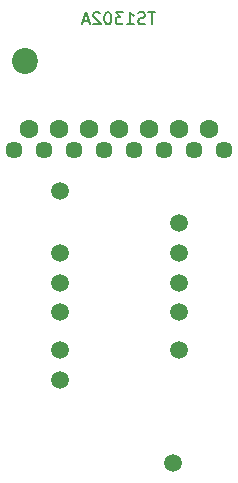
<source format=gbr>
%TF.GenerationSoftware,KiCad,Pcbnew,9.0.0+1*%
%TF.CreationDate,2025-04-22T17:22:07+02:00*%
%TF.ProjectId,ts13a_dev_kit,74733133-615f-4646-9576-5f6b69742e6b,rev?*%
%TF.SameCoordinates,Original*%
%TF.FileFunction,Soldermask,Bot*%
%TF.FilePolarity,Negative*%
%FSLAX46Y46*%
G04 Gerber Fmt 4.6, Leading zero omitted, Abs format (unit mm)*
G04 Created by KiCad (PCBNEW 9.0.0+1) date 2025-04-22 17:22:07*
%MOMM*%
%LPD*%
G01*
G04 APERTURE LIST*
%ADD10C,0.150000*%
%ADD11C,1.600000*%
%ADD12C,1.450000*%
%ADD13C,2.200000*%
%ADD14C,1.500000*%
G04 APERTURE END LIST*
D10*
X133015237Y-51369819D02*
X132443809Y-51369819D01*
X132729523Y-52369819D02*
X132729523Y-51369819D01*
X132158094Y-52322200D02*
X132015237Y-52369819D01*
X132015237Y-52369819D02*
X131777142Y-52369819D01*
X131777142Y-52369819D02*
X131681904Y-52322200D01*
X131681904Y-52322200D02*
X131634285Y-52274580D01*
X131634285Y-52274580D02*
X131586666Y-52179342D01*
X131586666Y-52179342D02*
X131586666Y-52084104D01*
X131586666Y-52084104D02*
X131634285Y-51988866D01*
X131634285Y-51988866D02*
X131681904Y-51941247D01*
X131681904Y-51941247D02*
X131777142Y-51893628D01*
X131777142Y-51893628D02*
X131967618Y-51846009D01*
X131967618Y-51846009D02*
X132062856Y-51798390D01*
X132062856Y-51798390D02*
X132110475Y-51750771D01*
X132110475Y-51750771D02*
X132158094Y-51655533D01*
X132158094Y-51655533D02*
X132158094Y-51560295D01*
X132158094Y-51560295D02*
X132110475Y-51465057D01*
X132110475Y-51465057D02*
X132062856Y-51417438D01*
X132062856Y-51417438D02*
X131967618Y-51369819D01*
X131967618Y-51369819D02*
X131729523Y-51369819D01*
X131729523Y-51369819D02*
X131586666Y-51417438D01*
X130634285Y-52369819D02*
X131205713Y-52369819D01*
X130919999Y-52369819D02*
X130919999Y-51369819D01*
X130919999Y-51369819D02*
X131015237Y-51512676D01*
X131015237Y-51512676D02*
X131110475Y-51607914D01*
X131110475Y-51607914D02*
X131205713Y-51655533D01*
X130300951Y-51369819D02*
X129681904Y-51369819D01*
X129681904Y-51369819D02*
X130015237Y-51750771D01*
X130015237Y-51750771D02*
X129872380Y-51750771D01*
X129872380Y-51750771D02*
X129777142Y-51798390D01*
X129777142Y-51798390D02*
X129729523Y-51846009D01*
X129729523Y-51846009D02*
X129681904Y-51941247D01*
X129681904Y-51941247D02*
X129681904Y-52179342D01*
X129681904Y-52179342D02*
X129729523Y-52274580D01*
X129729523Y-52274580D02*
X129777142Y-52322200D01*
X129777142Y-52322200D02*
X129872380Y-52369819D01*
X129872380Y-52369819D02*
X130158094Y-52369819D01*
X130158094Y-52369819D02*
X130253332Y-52322200D01*
X130253332Y-52322200D02*
X130300951Y-52274580D01*
X129062856Y-51369819D02*
X128967618Y-51369819D01*
X128967618Y-51369819D02*
X128872380Y-51417438D01*
X128872380Y-51417438D02*
X128824761Y-51465057D01*
X128824761Y-51465057D02*
X128777142Y-51560295D01*
X128777142Y-51560295D02*
X128729523Y-51750771D01*
X128729523Y-51750771D02*
X128729523Y-51988866D01*
X128729523Y-51988866D02*
X128777142Y-52179342D01*
X128777142Y-52179342D02*
X128824761Y-52274580D01*
X128824761Y-52274580D02*
X128872380Y-52322200D01*
X128872380Y-52322200D02*
X128967618Y-52369819D01*
X128967618Y-52369819D02*
X129062856Y-52369819D01*
X129062856Y-52369819D02*
X129158094Y-52322200D01*
X129158094Y-52322200D02*
X129205713Y-52274580D01*
X129205713Y-52274580D02*
X129253332Y-52179342D01*
X129253332Y-52179342D02*
X129300951Y-51988866D01*
X129300951Y-51988866D02*
X129300951Y-51750771D01*
X129300951Y-51750771D02*
X129253332Y-51560295D01*
X129253332Y-51560295D02*
X129205713Y-51465057D01*
X129205713Y-51465057D02*
X129158094Y-51417438D01*
X129158094Y-51417438D02*
X129062856Y-51369819D01*
X128348570Y-51465057D02*
X128300951Y-51417438D01*
X128300951Y-51417438D02*
X128205713Y-51369819D01*
X128205713Y-51369819D02*
X127967618Y-51369819D01*
X127967618Y-51369819D02*
X127872380Y-51417438D01*
X127872380Y-51417438D02*
X127824761Y-51465057D01*
X127824761Y-51465057D02*
X127777142Y-51560295D01*
X127777142Y-51560295D02*
X127777142Y-51655533D01*
X127777142Y-51655533D02*
X127824761Y-51798390D01*
X127824761Y-51798390D02*
X128396189Y-52369819D01*
X128396189Y-52369819D02*
X127777142Y-52369819D01*
X127396189Y-52084104D02*
X126919999Y-52084104D01*
X127491427Y-52369819D02*
X127158094Y-51369819D01*
X127158094Y-51369819D02*
X126824761Y-52369819D01*
D11*
%TO.C,PAD3*%
X124900000Y-61250000D03*
%TD*%
D12*
%TO.C,H4*%
X136330000Y-63000000D03*
%TD*%
%TO.C,H1*%
X121090000Y-63000000D03*
%TD*%
D11*
%TO.C,PAD4*%
X135060000Y-61250000D03*
%TD*%
%TO.C,PAD6*%
X129980000Y-61250000D03*
%TD*%
%TO.C,PAD2*%
X137600000Y-61250000D03*
%TD*%
D12*
%TO.C,H6*%
X133790000Y-63000000D03*
%TD*%
%TO.C,H3*%
X126170000Y-63000000D03*
%TD*%
D11*
%TO.C,PAD1*%
X122360000Y-61250000D03*
%TD*%
D12*
%TO.C,H2*%
X123630000Y-63000000D03*
%TD*%
%TO.C,H5*%
X138870000Y-63000000D03*
%TD*%
D11*
%TO.C,PAD7*%
X127440000Y-61250000D03*
%TD*%
D12*
%TO.C,H8*%
X131250000Y-63000000D03*
%TD*%
D13*
%TO.C,H9*%
X122000000Y-55500000D03*
%TD*%
D11*
%TO.C,PAD5*%
X132520000Y-61250000D03*
%TD*%
D12*
%TO.C,H7*%
X128710000Y-63000000D03*
%TD*%
D14*
%TO.C,TP7*%
X125000000Y-74250000D03*
%TD*%
%TO.C,TP2*%
X135000000Y-76750000D03*
%TD*%
%TO.C,TP5*%
X135000000Y-71750000D03*
%TD*%
%TO.C,TP6*%
X135000000Y-69250000D03*
%TD*%
%TO.C,TP10*%
X125000000Y-66500000D03*
%TD*%
%TO.C,TP12*%
X125000000Y-80000000D03*
%TD*%
%TO.C,TP8*%
X125000000Y-76750000D03*
%TD*%
%TO.C,TP11*%
X125000000Y-82500000D03*
%TD*%
%TO.C,TP9*%
X125000000Y-71750000D03*
%TD*%
%TO.C,TP3*%
X134500000Y-89500000D03*
%TD*%
%TO.C,TP4*%
X135000000Y-74250000D03*
%TD*%
%TO.C,TP1*%
X135000000Y-80000000D03*
%TD*%
M02*

</source>
